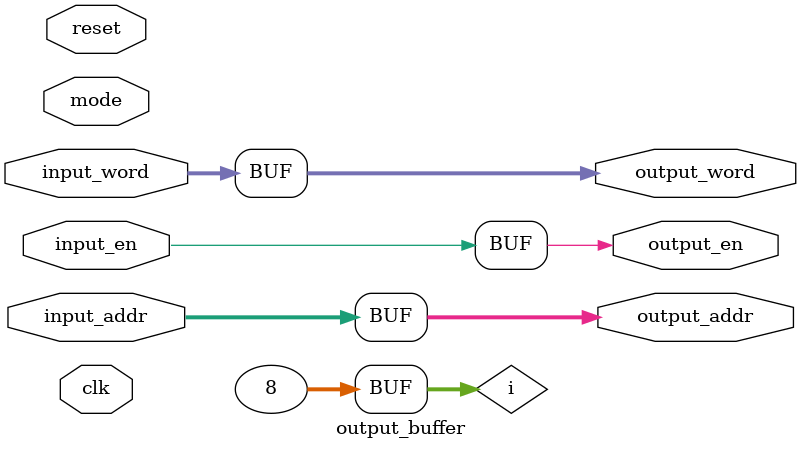
<source format=v>
module output_buffer (
	mode,
	clk,
	reset,
	input_word,
	input_addr,
	input_en,
	output_word,
	output_addr,
	output_en
);
	input [2:0] mode;
	input clk;
	input reset;
	localparam integer parameters_ACT_DATA_WIDTH = 8;
	localparam integer parameters_N_DIM_ARRAY = 8;
	input signed [(parameters_N_DIM_ARRAY * parameters_ACT_DATA_WIDTH) - 1:0] input_word;
	input input_en;
	input [31:0] input_addr;
	output reg [31:0] output_addr;
	output reg signed [(parameters_N_DIM_ARRAY * parameters_ACT_DATA_WIDTH) - 1:0] output_word;
	output reg output_en;
	integer i;
	integer j;
	integer k;
	localparam integer parameters_INPUT_CHANNEL_DATA_WIDTH = 8;
	reg signed [(parameters_N_DIM_ARRAY * parameters_INPUT_CHANNEL_DATA_WIDTH) - 1:0] buffer [parameters_N_DIM_ARRAY - 1:0];
	reg signed [parameters_INPUT_CHANNEL_DATA_WIDTH - 1:0] buffer_fc [parameters_N_DIM_ARRAY - 1:0];
	reg signed [(4 * parameters_ACT_DATA_WIDTH) - 1:0] output_word_temp;
	reg output_en_temp;
	reg [2:0] current_mode;
	always @(posedge clk or negedge reset)
		if (!reset)
			current_mode <= 0;
		else if (input_en)
			current_mode <= mode;
	always @(*)
		if (parameters_N_DIM_ARRAY == 4) begin
			output_en = input_en;
			output_word = input_word;
			output_addr = input_addr;
		end
		else if (parameters_N_DIM_ARRAY == 8) begin
			output_en = input_en;
			output_word = input_word;
			output_addr = input_addr;
		end
	reg [3:0] WR_FIFO_POINTER;
	reg [3:0] RD_FIFO_POINTER;
	wire full_cnn;
	wire full_fc;
	wire empty_cnn;
	wire empty_fc;
	reg empty;
	reg full;
	assign full_cnn = (WR_FIFO_POINTER[2:0] == 0) && (RD_FIFO_POINTER[3:0] != WR_FIFO_POINTER[3:0]);
	assign empty_cnn = RD_FIFO_POINTER[3:0] == WR_FIFO_POINTER[3:0];
	assign full_fc = (WR_FIFO_POINTER[0] == 0) && (RD_FIFO_POINTER[1:0] != WR_FIFO_POINTER[1:0]);
	assign empty_fc = RD_FIFO_POINTER[1:0] == WR_FIFO_POINTER[1:0];
	localparam integer parameters_MODE_CNN = 1;
	always @(*) begin
		empty = empty_fc;
		full = full_fc;
		if (current_mode == parameters_MODE_CNN) begin
			empty = empty_cnn;
			full = full_cnn;
		end
	end
	always @(posedge clk or negedge reset)
		if (!reset)
			WR_FIFO_POINTER <= 0;
		else if (input_en)
			WR_FIFO_POINTER <= WR_FIFO_POINTER + 1;
	always @(posedge clk or negedge reset)
		if (!reset) begin
			for (i = 0; i < parameters_N_DIM_ARRAY; i = i + 1)
				for (j = 0; j < parameters_N_DIM_ARRAY; j = j + 1)
					buffer[i][j * parameters_INPUT_CHANNEL_DATA_WIDTH+:parameters_INPUT_CHANNEL_DATA_WIDTH] <= 0;
		end
		else if (input_en)
			buffer[WR_FIFO_POINTER[2:0]] <= input_word;
	localparam [2:0] IDLE = 0;
	localparam [2:0] READING_0 = 1;
	localparam [2:0] READING_1 = 2;
	localparam [2:0] READING_0_FC = 3;
	localparam [2:0] READING_1_FC = 4;
	reg [2:0] state;
	reg [2:0] next_state;
	always @(posedge clk or negedge reset)
		if (!reset)
			state <= IDLE;
		else
			state <= next_state;
	always @(*)
		case (state)
			IDLE:
				if (full)
					next_state = READING_0;
				else
					next_state = state;
			READING_0:
				if (empty)
					next_state = IDLE;
				else
					next_state = READING_1;
			READING_1:
				if (empty)
					next_state = IDLE;
				else
					next_state = READING_0;
		endcase
	always @(posedge clk or negedge reset)
		if (!reset)
			RD_FIFO_POINTER <= 0;
		else
			case (state)
				IDLE: RD_FIFO_POINTER <= RD_FIFO_POINTER;
				READING_0: RD_FIFO_POINTER <= RD_FIFO_POINTER;
				READING_1: RD_FIFO_POINTER <= RD_FIFO_POINTER + 1;
			endcase
	always @(*) begin
		output_en_temp = 0;
		for (i = 0; i < parameters_N_DIM_ARRAY; i = i + 1)
			output_word_temp[i * parameters_ACT_DATA_WIDTH+:parameters_ACT_DATA_WIDTH] = 0;
		case (state)
			IDLE: begin
				output_en_temp = 0;
				for (i = 0; i < parameters_N_DIM_ARRAY; i = i + 1)
					output_word_temp[i * parameters_ACT_DATA_WIDTH+:parameters_ACT_DATA_WIDTH] = 0;
			end
			READING_0:
				if (!empty) begin
					output_en_temp = 1;
					output_word_temp = buffer[RD_FIFO_POINTER[2:0]][0+:parameters_INPUT_CHANNEL_DATA_WIDTH * 4];
				end
			READING_1:
				if (!empty) begin
					output_en_temp = 1;
					output_word_temp = buffer[RD_FIFO_POINTER[2:0]][parameters_INPUT_CHANNEL_DATA_WIDTH * 4+:parameters_INPUT_CHANNEL_DATA_WIDTH * 4];
				end
		endcase
	end
endmodule

</source>
